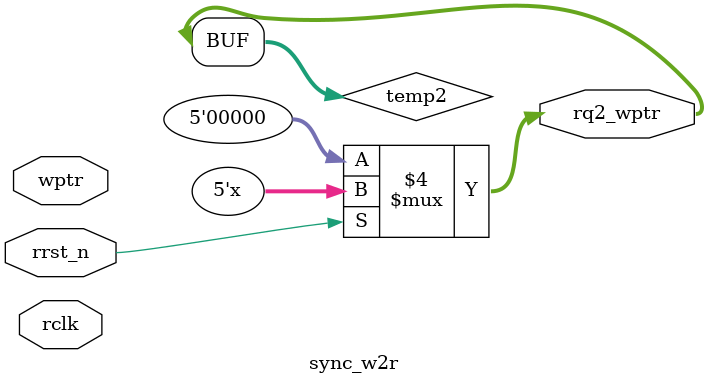
<source format=v>
module sync_w2r #(parameter Addr_Width = 4)
(input [Addr_Width : 0] wptr,
input rclk,
input rrst_n,
output [Addr_Width:0] rq2_wptr);
reg [Addr_Width :0] temp1, temp2;

assign rq2_wptr = temp2;
always@(rclk) begin //so we synchronise the wptr to check the empty condition, but we only check it on the rclk?
	if(!rrst_n) begin
		temp1<= 0;
		temp2<=0;
	end
	else begin
		temp1 <= wptr;
		temp2 <= temp1;
	end
	end
endmodule
 


</source>
